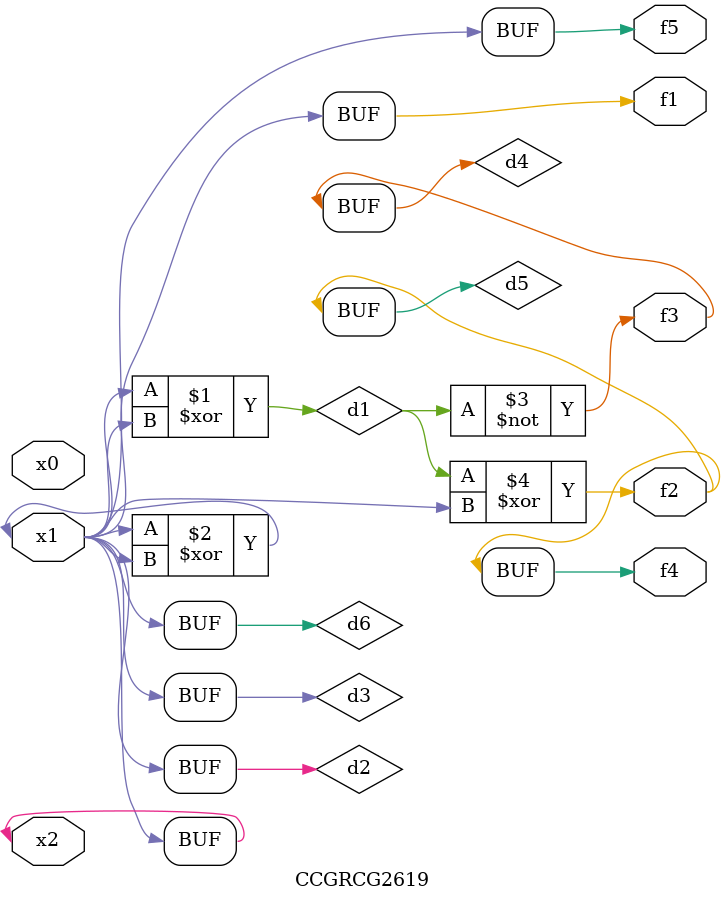
<source format=v>
module CCGRCG2619(
	input x0, x1, x2,
	output f1, f2, f3, f4, f5
);

	wire d1, d2, d3, d4, d5, d6;

	xor (d1, x1, x2);
	buf (d2, x1, x2);
	xor (d3, x1, x2);
	nor (d4, d1);
	xor (d5, d1, d2);
	buf (d6, d2, d3);
	assign f1 = d6;
	assign f2 = d5;
	assign f3 = d4;
	assign f4 = d5;
	assign f5 = d6;
endmodule

</source>
